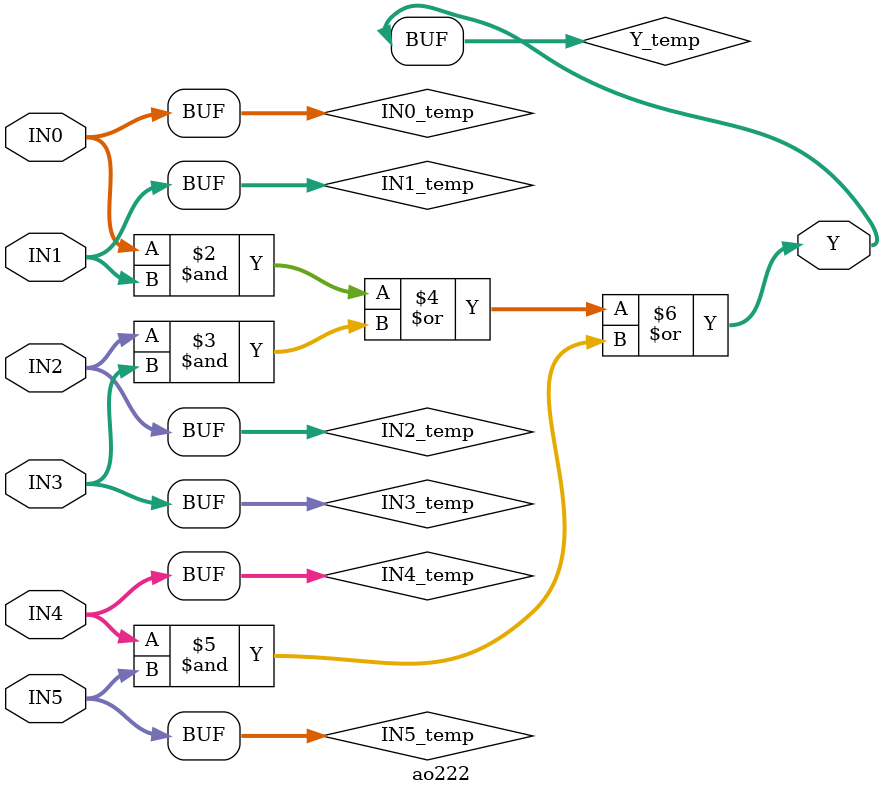
<source format=v>
module ao222(IN0,IN1,IN2,IN3,IN4,IN5,Y);
  parameter N = 8;
  parameter DPFLAG = 0;
  parameter GROUP = "std";
  parameter
        d_IN0 = 0,
        d_IN1 = 0,
        d_IN2 = 0,
        d_IN3 = 0,
        d_IN4 = 0,
        d_IN5 = 0,
        d_Y = 1;
  input [(N - 1):0] IN0;
  input [(N - 1):0] IN1;
  input [(N - 1):0] IN2;
  input [(N - 1):0] IN3;
  input [(N - 1):0] IN4;
  input [(N - 1):0] IN5;
  output [(N - 1):0] Y;
  wire [(N - 1):0] IN0_temp;
  wire [(N - 1):0] IN1_temp;
  wire [(N - 1):0] IN2_temp;
  wire [(N - 1):0] IN3_temp;
  wire [(N - 1):0] IN4_temp;
  wire [(N - 1):0] IN5_temp;
  reg [(N - 1):0] Y_temp;
  assign #(d_IN0) IN0_temp = IN0;
  assign #(d_IN1) IN1_temp = IN1;
  assign #(d_IN2) IN2_temp = IN2;
  assign #(d_IN3) IN3_temp = IN3;
  assign #(d_IN4) IN4_temp = IN4;
  assign #(d_IN5) IN5_temp = IN5;
  assign #(d_Y) Y = Y_temp;
  initial
    begin
    if((DPFLAG == 1))
      $display("(WARNING) The instance %m of type ao222 can't be implemented as a data-path cell");
    end
  always
    @(IN0_temp or IN1_temp or IN2_temp or IN3_temp or IN4_temp or IN5_temp)
      begin
      Y_temp = (((IN0_temp & IN1_temp) | (IN2_temp & IN3_temp)) | (IN4_temp & IN5_temp));
      end
endmodule

</source>
